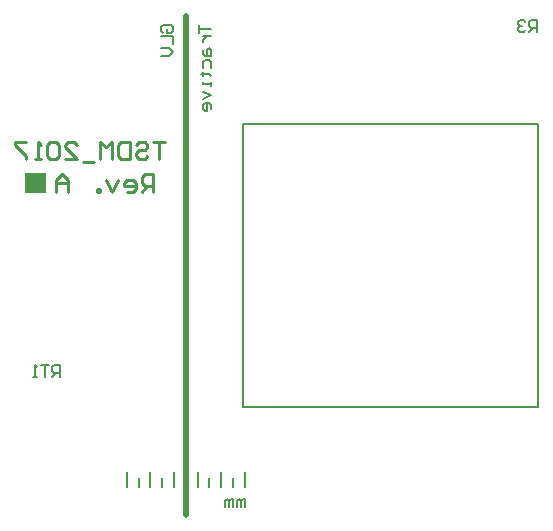
<source format=gbo>
G04 Layer_Color=32896*
%FSLAX44Y44*%
%MOMM*%
G71*
G01*
G75*
%ADD17C,0.2500*%
%ADD23C,0.2000*%
%ADD26C,0.5000*%
G36*
X41250Y276250D02*
X23750D01*
Y293750D01*
X41250D01*
Y276250D01*
D02*
G37*
D17*
X132500Y277500D02*
Y292495D01*
X125002D01*
X122503Y289996D01*
Y284998D01*
X125002Y282498D01*
X132500D01*
X127502D02*
X122503Y277500D01*
X110007D02*
X115006D01*
X117505Y279999D01*
Y284998D01*
X115006Y287497D01*
X110007D01*
X107508Y284998D01*
Y282498D01*
X117505D01*
X102510Y287497D02*
X97511Y277500D01*
X92513Y287497D01*
X87515Y277500D02*
Y279999D01*
X85015D01*
Y277500D01*
X87515D01*
X60023D02*
Y287497D01*
X55025Y292495D01*
X50027Y287497D01*
Y277500D01*
Y284998D01*
X60023D01*
X142500Y319995D02*
X132503D01*
X137502D01*
Y305000D01*
X117508Y317496D02*
X120007Y319995D01*
X125006D01*
X127505Y317496D01*
Y314997D01*
X125006Y312498D01*
X120007D01*
X117508Y309998D01*
Y307499D01*
X120007Y305000D01*
X125006D01*
X127505Y307499D01*
X112510Y319995D02*
Y305000D01*
X105012D01*
X102513Y307499D01*
Y317496D01*
X105012Y319995D01*
X112510D01*
X97515Y305000D02*
Y319995D01*
X92516Y314997D01*
X87518Y319995D01*
Y305000D01*
X82519Y302501D02*
X72523D01*
X57527Y305000D02*
X67524D01*
X57527Y314997D01*
Y317496D01*
X60027Y319995D01*
X65025D01*
X67524Y317496D01*
X52529D02*
X50030Y319995D01*
X45032D01*
X42532Y317496D01*
Y307499D01*
X45032Y305000D01*
X50030D01*
X52529Y307499D01*
Y317496D01*
X37534Y305000D02*
X32536D01*
X35035D01*
Y319995D01*
X37534Y317496D01*
X25038Y319995D02*
X15041D01*
Y317496D01*
X25038Y307499D01*
Y305000D01*
D23*
X208500Y95000D02*
X458500D01*
Y335000D01*
X208500Y95000D02*
Y335000D01*
X458500D01*
X110000Y27500D02*
Y40250D01*
X120000Y27500D02*
Y35250D01*
X130000Y27500D02*
Y40250D01*
X140000Y27500D02*
Y35250D01*
X150000Y27500D02*
Y40250D01*
X170000Y27500D02*
Y40250D01*
X180000Y27500D02*
Y35250D01*
X190000Y27500D02*
Y40250D01*
X200000Y27500D02*
Y35250D01*
X210000Y27250D02*
Y40250D01*
X53750Y121000D02*
Y130997D01*
X48752D01*
X47085Y129331D01*
Y125998D01*
X48752Y124332D01*
X53750D01*
X50418D02*
X47085Y121000D01*
X43753Y130997D02*
X37089D01*
X40421D01*
Y121000D01*
X33756D02*
X30424D01*
X32090D01*
Y130997D01*
X33756Y129331D01*
X457552Y412550D02*
Y422547D01*
X452554D01*
X450887Y420881D01*
Y417548D01*
X452554Y415882D01*
X457552D01*
X454220D02*
X450887Y412550D01*
X447555Y420881D02*
X445889Y422547D01*
X442557D01*
X440891Y420881D01*
Y419215D01*
X442557Y417548D01*
X444223D01*
X442557D01*
X440891Y415882D01*
Y414216D01*
X442557Y412550D01*
X445889D01*
X447555Y414216D01*
X171003Y419000D02*
Y412336D01*
Y415668D01*
X181000D01*
X174335Y409003D02*
X181000D01*
X177668D01*
X176002Y407337D01*
X174335Y405671D01*
Y404005D01*
Y397340D02*
Y394008D01*
X176002Y392342D01*
X181000D01*
Y397340D01*
X179334Y399006D01*
X177668Y397340D01*
Y392342D01*
X174335Y382345D02*
Y387343D01*
X176002Y389010D01*
X179334D01*
X181000Y387343D01*
Y382345D01*
X172669Y377347D02*
X174335D01*
Y379013D01*
Y375681D01*
Y377347D01*
X179334D01*
X181000Y375681D01*
Y370682D02*
Y367350D01*
Y369016D01*
X174335D01*
Y370682D01*
Y362352D02*
X181000Y359019D01*
X174335Y355687D01*
X181000Y347356D02*
Y350689D01*
X179334Y352355D01*
X176002D01*
X174335Y350689D01*
Y347356D01*
X176002Y345690D01*
X177668D01*
Y352355D01*
X140669Y412336D02*
X139003Y414002D01*
Y417334D01*
X140669Y419000D01*
X147334D01*
X149000Y417334D01*
Y414002D01*
X147334Y412336D01*
X144002D01*
Y415668D01*
X139003Y409003D02*
X149000D01*
Y402339D01*
X139003Y399006D02*
X145668D01*
X149000Y395674D01*
X145668Y392342D01*
X139003D01*
X210000Y11000D02*
Y17665D01*
X208334D01*
X206668Y15998D01*
Y11000D01*
Y15998D01*
X205002Y17665D01*
X203335Y15998D01*
Y11000D01*
X200003D02*
Y17665D01*
X198337D01*
X196671Y15998D01*
Y11000D01*
Y15998D01*
X195005Y17665D01*
X193339Y15998D01*
Y11000D01*
D26*
X160000Y3500D02*
Y426500D01*
M02*

</source>
